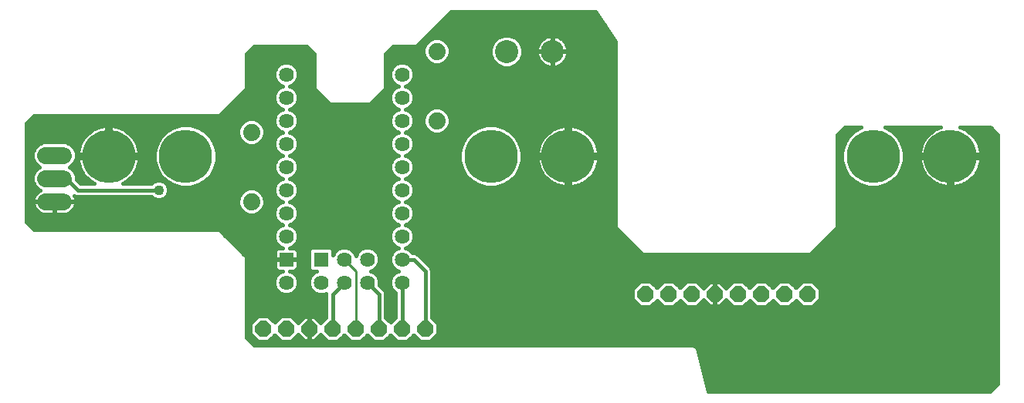
<source format=gbl>
G75*
%MOIN*%
%OFA0B0*%
%FSLAX25Y25*%
%IPPOS*%
%LPD*%
%AMOC8*
5,1,8,0,0,1.08239X$1,22.5*
%
%ADD10OC8,0.07000*%
%ADD11C,0.23000*%
%ADD12C,0.06400*%
%ADD13R,0.06400X0.06400*%
%ADD14C,0.07400*%
%ADD15C,0.07400*%
%ADD16C,0.10000*%
%ADD17C,0.01600*%
%ADD18C,0.04362*%
%ADD19C,0.01000*%
D10*
X0117980Y0031800D03*
X0127980Y0031800D03*
X0137980Y0031800D03*
X0147980Y0031800D03*
X0157980Y0031800D03*
X0167980Y0031800D03*
X0177980Y0031800D03*
X0187980Y0031800D03*
X0282980Y0046800D03*
X0292980Y0046800D03*
X0302980Y0046800D03*
X0312980Y0046800D03*
X0322980Y0046800D03*
X0332980Y0046800D03*
X0342980Y0046800D03*
X0352980Y0046800D03*
D11*
X0381308Y0106410D03*
X0414609Y0106410D03*
X0249609Y0106410D03*
X0216308Y0106410D03*
X0084609Y0106410D03*
X0051308Y0106410D03*
D12*
X0127980Y0101800D03*
X0127980Y0091800D03*
X0127980Y0081800D03*
X0127980Y0071800D03*
X0152980Y0061800D03*
X0162980Y0061800D03*
X0177980Y0061800D03*
X0177980Y0051800D03*
X0162980Y0051800D03*
X0152980Y0051800D03*
X0142980Y0051800D03*
X0127980Y0051800D03*
X0177980Y0071800D03*
X0177980Y0081800D03*
X0177980Y0091800D03*
X0177980Y0101800D03*
X0177980Y0111800D03*
X0177980Y0121800D03*
X0177980Y0131800D03*
X0177980Y0141800D03*
X0127980Y0141800D03*
X0127980Y0131800D03*
X0127980Y0121800D03*
X0127980Y0111800D03*
D13*
X0127980Y0061800D03*
X0142980Y0061800D03*
D14*
X0031680Y0086800D02*
X0024280Y0086800D01*
X0024280Y0096800D02*
X0031680Y0096800D01*
X0031680Y0106800D02*
X0024280Y0106800D01*
D15*
X0112980Y0116800D03*
X0112980Y0086800D03*
X0192980Y0121800D03*
X0192980Y0151800D03*
D16*
X0223137Y0151800D03*
X0242823Y0151800D03*
D17*
X0110780Y0062357D02*
X0110780Y0027960D01*
X0114140Y0024600D01*
X0302635Y0024600D01*
X0302841Y0024651D01*
X0303187Y0024600D01*
X0303537Y0024600D01*
X0303733Y0024519D01*
X0303943Y0024488D01*
X0304243Y0024308D01*
X0304566Y0024174D01*
X0304716Y0024024D01*
X0304898Y0023914D01*
X0305106Y0023633D01*
X0305354Y0023386D01*
X0305435Y0023190D01*
X0305561Y0023019D01*
X0305646Y0022680D01*
X0305780Y0022357D01*
X0305780Y0022145D01*
X0310166Y0004600D01*
X0431820Y0004600D01*
X0435180Y0007960D01*
X0435180Y0115640D01*
X0431820Y0119000D01*
X0418922Y0119000D01*
X0419095Y0118948D01*
X0420303Y0118448D01*
X0421455Y0117832D01*
X0422542Y0117105D01*
X0423552Y0116276D01*
X0424476Y0115352D01*
X0425305Y0114342D01*
X0426031Y0113256D01*
X0426647Y0112103D01*
X0427147Y0110896D01*
X0427526Y0109645D01*
X0427781Y0108364D01*
X0427895Y0107210D01*
X0415409Y0107210D01*
X0415409Y0105610D01*
X0415409Y0093124D01*
X0416563Y0093238D01*
X0417845Y0093493D01*
X0419095Y0093872D01*
X0420303Y0094372D01*
X0421455Y0094988D01*
X0422542Y0095714D01*
X0423552Y0096543D01*
X0424476Y0097467D01*
X0425305Y0098478D01*
X0426031Y0099564D01*
X0426647Y0100717D01*
X0427147Y0101924D01*
X0427526Y0103174D01*
X0427781Y0104456D01*
X0427895Y0105610D01*
X0415409Y0105610D01*
X0413809Y0105610D01*
X0401324Y0105610D01*
X0401437Y0104456D01*
X0401692Y0103174D01*
X0402072Y0101924D01*
X0402572Y0100717D01*
X0403188Y0099564D01*
X0403914Y0098478D01*
X0404743Y0097467D01*
X0405667Y0096543D01*
X0406677Y0095714D01*
X0407763Y0094988D01*
X0408916Y0094372D01*
X0410123Y0093872D01*
X0411374Y0093493D01*
X0412655Y0093238D01*
X0413809Y0093124D01*
X0413809Y0105610D01*
X0413809Y0107210D01*
X0401324Y0107210D01*
X0401437Y0108364D01*
X0401692Y0109645D01*
X0402072Y0110896D01*
X0402572Y0112103D01*
X0403188Y0113256D01*
X0403914Y0114342D01*
X0404743Y0115352D01*
X0405667Y0116276D01*
X0406677Y0117105D01*
X0407763Y0117832D01*
X0408916Y0118448D01*
X0410123Y0118948D01*
X0410296Y0119000D01*
X0386481Y0119000D01*
X0386518Y0118990D01*
X0389597Y0117213D01*
X0392110Y0114699D01*
X0393888Y0111621D01*
X0394808Y0108187D01*
X0394808Y0104633D01*
X0393888Y0101199D01*
X0392110Y0098121D01*
X0389597Y0095607D01*
X0386518Y0093830D01*
X0383085Y0092910D01*
X0379530Y0092910D01*
X0376097Y0093830D01*
X0373018Y0095607D01*
X0370505Y0098121D01*
X0368728Y0101199D01*
X0367808Y0104633D01*
X0367808Y0108187D01*
X0368728Y0111621D01*
X0370505Y0114699D01*
X0373018Y0117213D01*
X0376097Y0118990D01*
X0376134Y0119000D01*
X0369140Y0119000D01*
X0365780Y0115640D01*
X0365780Y0076243D01*
X0365354Y0075214D01*
X0364566Y0074426D01*
X0364566Y0074426D01*
X0355354Y0065214D01*
X0355354Y0065214D01*
X0354566Y0064426D01*
X0353537Y0064000D01*
X0282423Y0064000D01*
X0281394Y0064426D01*
X0271394Y0074426D01*
X0271394Y0074426D01*
X0270606Y0075214D01*
X0270180Y0076243D01*
X0270180Y0155952D01*
X0261481Y0169000D01*
X0199140Y0169000D01*
X0185354Y0155214D01*
X0185354Y0155214D01*
X0184566Y0154426D01*
X0183537Y0154000D01*
X0174140Y0154000D01*
X0170780Y0150640D01*
X0170780Y0136243D01*
X0170354Y0135214D01*
X0169566Y0134426D01*
X0164566Y0129426D01*
X0163537Y0129000D01*
X0147423Y0129000D01*
X0146394Y0129426D01*
X0145606Y0130214D01*
X0140606Y0135214D01*
X0140180Y0136243D01*
X0140180Y0150640D01*
X0136820Y0154000D01*
X0114140Y0154000D01*
X0110780Y0150640D01*
X0110780Y0136243D01*
X0110354Y0135214D01*
X0100354Y0125214D01*
X0099566Y0124426D01*
X0098537Y0124000D01*
X0019140Y0124000D01*
X0015780Y0120640D01*
X0015780Y0077960D01*
X0019140Y0074600D01*
X0098537Y0074600D01*
X0099566Y0074174D01*
X0109566Y0064174D01*
X0110354Y0063386D01*
X0110780Y0062357D01*
X0110703Y0062543D02*
X0122980Y0062543D01*
X0122980Y0062000D02*
X0127780Y0062000D01*
X0127780Y0061600D01*
X0122980Y0061600D01*
X0122980Y0058363D01*
X0123103Y0057905D01*
X0123340Y0057495D01*
X0123675Y0057160D01*
X0124085Y0056923D01*
X0124543Y0056800D01*
X0126463Y0056800D01*
X0125034Y0056208D01*
X0123572Y0054746D01*
X0122780Y0052834D01*
X0122780Y0050766D01*
X0123572Y0048854D01*
X0125034Y0047392D01*
X0126946Y0046600D01*
X0129014Y0046600D01*
X0130926Y0047392D01*
X0132388Y0048854D01*
X0133180Y0050766D01*
X0133180Y0052834D01*
X0132388Y0054746D01*
X0130926Y0056208D01*
X0129497Y0056800D01*
X0131417Y0056800D01*
X0131875Y0056923D01*
X0132285Y0057160D01*
X0132620Y0057495D01*
X0132857Y0057905D01*
X0132980Y0058363D01*
X0132980Y0061600D01*
X0128180Y0061600D01*
X0128180Y0062000D01*
X0132980Y0062000D01*
X0132980Y0065237D01*
X0132857Y0065695D01*
X0132620Y0066105D01*
X0132285Y0066440D01*
X0131875Y0066677D01*
X0131417Y0066800D01*
X0129497Y0066800D01*
X0130926Y0067392D01*
X0132388Y0068854D01*
X0133180Y0070766D01*
X0133180Y0072834D01*
X0132388Y0074746D01*
X0130926Y0076208D01*
X0129497Y0076800D01*
X0130926Y0077392D01*
X0132388Y0078854D01*
X0133180Y0080766D01*
X0133180Y0082834D01*
X0132388Y0084746D01*
X0130926Y0086208D01*
X0129497Y0086800D01*
X0130926Y0087392D01*
X0132388Y0088854D01*
X0133180Y0090766D01*
X0133180Y0092834D01*
X0132388Y0094746D01*
X0130926Y0096208D01*
X0129497Y0096800D01*
X0130926Y0097392D01*
X0132388Y0098854D01*
X0133180Y0100766D01*
X0133180Y0102834D01*
X0132388Y0104746D01*
X0130926Y0106208D01*
X0129497Y0106800D01*
X0130926Y0107392D01*
X0132388Y0108854D01*
X0133180Y0110766D01*
X0133180Y0112834D01*
X0132388Y0114746D01*
X0130926Y0116208D01*
X0129497Y0116800D01*
X0130926Y0117392D01*
X0132388Y0118854D01*
X0133180Y0120766D01*
X0133180Y0122834D01*
X0132388Y0124746D01*
X0130926Y0126208D01*
X0129497Y0126800D01*
X0130926Y0127392D01*
X0132388Y0128854D01*
X0133180Y0130766D01*
X0133180Y0132834D01*
X0132388Y0134746D01*
X0130926Y0136208D01*
X0129497Y0136800D01*
X0130926Y0137392D01*
X0132388Y0138854D01*
X0133180Y0140766D01*
X0133180Y0142834D01*
X0132388Y0144746D01*
X0130926Y0146208D01*
X0129014Y0147000D01*
X0126946Y0147000D01*
X0125034Y0146208D01*
X0123572Y0144746D01*
X0122780Y0142834D01*
X0122780Y0140766D01*
X0123572Y0138854D01*
X0125034Y0137392D01*
X0126463Y0136800D01*
X0125034Y0136208D01*
X0123572Y0134746D01*
X0122780Y0132834D01*
X0122780Y0130766D01*
X0123572Y0128854D01*
X0125034Y0127392D01*
X0126463Y0126800D01*
X0125034Y0126208D01*
X0123572Y0124746D01*
X0122780Y0122834D01*
X0122780Y0120766D01*
X0123572Y0118854D01*
X0125034Y0117392D01*
X0126463Y0116800D01*
X0125034Y0116208D01*
X0123572Y0114746D01*
X0122780Y0112834D01*
X0122780Y0110766D01*
X0123572Y0108854D01*
X0125034Y0107392D01*
X0126463Y0106800D01*
X0125034Y0106208D01*
X0123572Y0104746D01*
X0122780Y0102834D01*
X0122780Y0100766D01*
X0123572Y0098854D01*
X0125034Y0097392D01*
X0126463Y0096800D01*
X0125034Y0096208D01*
X0123572Y0094746D01*
X0122780Y0092834D01*
X0122780Y0090766D01*
X0123572Y0088854D01*
X0125034Y0087392D01*
X0126463Y0086800D01*
X0125034Y0086208D01*
X0123572Y0084746D01*
X0122780Y0082834D01*
X0122780Y0080766D01*
X0123572Y0078854D01*
X0125034Y0077392D01*
X0126463Y0076800D01*
X0125034Y0076208D01*
X0123572Y0074746D01*
X0122780Y0072834D01*
X0122780Y0070766D01*
X0123572Y0068854D01*
X0125034Y0067392D01*
X0126463Y0066800D01*
X0124543Y0066800D01*
X0124085Y0066677D01*
X0123675Y0066440D01*
X0123340Y0066105D01*
X0123103Y0065695D01*
X0122980Y0065237D01*
X0122980Y0062000D01*
X0122980Y0060945D02*
X0110780Y0060945D01*
X0110780Y0059346D02*
X0122980Y0059346D01*
X0123193Y0057748D02*
X0110780Y0057748D01*
X0110780Y0056149D02*
X0124975Y0056149D01*
X0123491Y0054551D02*
X0110780Y0054551D01*
X0110780Y0052952D02*
X0122829Y0052952D01*
X0122780Y0051354D02*
X0110780Y0051354D01*
X0110780Y0049755D02*
X0123198Y0049755D01*
X0124269Y0048157D02*
X0110780Y0048157D01*
X0110780Y0046558D02*
X0145180Y0046558D01*
X0145180Y0047083D02*
X0145180Y0036778D01*
X0142839Y0034437D01*
X0140175Y0037100D01*
X0138180Y0037100D01*
X0138180Y0032000D01*
X0137780Y0032000D01*
X0137780Y0037100D01*
X0135785Y0037100D01*
X0133121Y0034437D01*
X0130258Y0037300D01*
X0125702Y0037300D01*
X0122980Y0034578D01*
X0120258Y0037300D01*
X0115702Y0037300D01*
X0112480Y0034078D01*
X0112480Y0029522D01*
X0115702Y0026300D01*
X0120258Y0026300D01*
X0122980Y0029022D01*
X0125702Y0026300D01*
X0130258Y0026300D01*
X0133121Y0029163D01*
X0135785Y0026500D01*
X0137780Y0026500D01*
X0137780Y0031600D01*
X0138180Y0031600D01*
X0138180Y0026500D01*
X0140175Y0026500D01*
X0142839Y0029163D01*
X0145702Y0026300D01*
X0150258Y0026300D01*
X0152980Y0029022D01*
X0155702Y0026300D01*
X0160258Y0026300D01*
X0162980Y0029022D01*
X0165702Y0026300D01*
X0170258Y0026300D01*
X0172980Y0029022D01*
X0175702Y0026300D01*
X0180258Y0026300D01*
X0182980Y0029022D01*
X0185702Y0026300D01*
X0190258Y0026300D01*
X0193480Y0029522D01*
X0193480Y0034078D01*
X0190780Y0036778D01*
X0190780Y0057357D01*
X0190354Y0058386D01*
X0185354Y0063386D01*
X0184566Y0064174D01*
X0183537Y0064600D01*
X0182449Y0064600D01*
X0182388Y0064746D01*
X0180926Y0066208D01*
X0179497Y0066800D01*
X0180926Y0067392D01*
X0182388Y0068854D01*
X0183180Y0070766D01*
X0183180Y0072834D01*
X0182388Y0074746D01*
X0180926Y0076208D01*
X0179497Y0076800D01*
X0180926Y0077392D01*
X0182388Y0078854D01*
X0183180Y0080766D01*
X0183180Y0082834D01*
X0182388Y0084746D01*
X0180926Y0086208D01*
X0179497Y0086800D01*
X0180926Y0087392D01*
X0182388Y0088854D01*
X0183180Y0090766D01*
X0183180Y0092834D01*
X0182388Y0094746D01*
X0180926Y0096208D01*
X0179497Y0096800D01*
X0180926Y0097392D01*
X0182388Y0098854D01*
X0183180Y0100766D01*
X0183180Y0102834D01*
X0182388Y0104746D01*
X0180926Y0106208D01*
X0179497Y0106800D01*
X0180926Y0107392D01*
X0182388Y0108854D01*
X0183180Y0110766D01*
X0183180Y0112834D01*
X0182388Y0114746D01*
X0180926Y0116208D01*
X0179497Y0116800D01*
X0180926Y0117392D01*
X0182388Y0118854D01*
X0183180Y0120766D01*
X0183180Y0122834D01*
X0182388Y0124746D01*
X0180926Y0126208D01*
X0179497Y0126800D01*
X0180926Y0127392D01*
X0182388Y0128854D01*
X0183180Y0130766D01*
X0183180Y0132834D01*
X0182388Y0134746D01*
X0180926Y0136208D01*
X0179497Y0136800D01*
X0180926Y0137392D01*
X0182388Y0138854D01*
X0183180Y0140766D01*
X0183180Y0142834D01*
X0182388Y0144746D01*
X0180926Y0146208D01*
X0179014Y0147000D01*
X0176946Y0147000D01*
X0175034Y0146208D01*
X0173572Y0144746D01*
X0172780Y0142834D01*
X0172780Y0140766D01*
X0173572Y0138854D01*
X0175034Y0137392D01*
X0176463Y0136800D01*
X0175034Y0136208D01*
X0173572Y0134746D01*
X0172780Y0132834D01*
X0172780Y0130766D01*
X0173572Y0128854D01*
X0175034Y0127392D01*
X0176463Y0126800D01*
X0175034Y0126208D01*
X0173572Y0124746D01*
X0172780Y0122834D01*
X0172780Y0120766D01*
X0173572Y0118854D01*
X0175034Y0117392D01*
X0176463Y0116800D01*
X0175034Y0116208D01*
X0173572Y0114746D01*
X0172780Y0112834D01*
X0172780Y0110766D01*
X0173572Y0108854D01*
X0175034Y0107392D01*
X0176463Y0106800D01*
X0175034Y0106208D01*
X0173572Y0104746D01*
X0172780Y0102834D01*
X0172780Y0100766D01*
X0173572Y0098854D01*
X0175034Y0097392D01*
X0176463Y0096800D01*
X0175034Y0096208D01*
X0173572Y0094746D01*
X0172780Y0092834D01*
X0172780Y0090766D01*
X0173572Y0088854D01*
X0175034Y0087392D01*
X0176463Y0086800D01*
X0175034Y0086208D01*
X0173572Y0084746D01*
X0172780Y0082834D01*
X0172780Y0080766D01*
X0173572Y0078854D01*
X0175034Y0077392D01*
X0176463Y0076800D01*
X0175034Y0076208D01*
X0173572Y0074746D01*
X0172780Y0072834D01*
X0172780Y0070766D01*
X0173572Y0068854D01*
X0175034Y0067392D01*
X0176463Y0066800D01*
X0175034Y0066208D01*
X0173572Y0064746D01*
X0172780Y0062834D01*
X0172780Y0060766D01*
X0173572Y0058854D01*
X0175034Y0057392D01*
X0176463Y0056800D01*
X0175034Y0056208D01*
X0173572Y0054746D01*
X0172780Y0052834D01*
X0172780Y0050766D01*
X0173572Y0048854D01*
X0175034Y0047392D01*
X0175180Y0047331D01*
X0175180Y0036778D01*
X0172980Y0034578D01*
X0170780Y0036778D01*
X0170780Y0047357D01*
X0170354Y0048386D01*
X0168120Y0050620D01*
X0168180Y0050766D01*
X0168180Y0052834D01*
X0167388Y0054746D01*
X0165926Y0056208D01*
X0164497Y0056800D01*
X0165926Y0057392D01*
X0167388Y0058854D01*
X0168180Y0060766D01*
X0168180Y0062834D01*
X0167388Y0064746D01*
X0165926Y0066208D01*
X0164014Y0067000D01*
X0161946Y0067000D01*
X0160034Y0066208D01*
X0158572Y0064746D01*
X0157980Y0063317D01*
X0157388Y0064746D01*
X0155926Y0066208D01*
X0154014Y0067000D01*
X0151946Y0067000D01*
X0150034Y0066208D01*
X0148572Y0064746D01*
X0148180Y0063800D01*
X0148180Y0065828D01*
X0147008Y0067000D01*
X0138952Y0067000D01*
X0137780Y0065828D01*
X0137780Y0057772D01*
X0138952Y0056600D01*
X0140980Y0056600D01*
X0140034Y0056208D01*
X0138572Y0054746D01*
X0137780Y0052834D01*
X0137780Y0050766D01*
X0138572Y0048854D01*
X0140034Y0047392D01*
X0141946Y0046600D01*
X0144014Y0046600D01*
X0145180Y0047083D01*
X0145180Y0044960D02*
X0110780Y0044960D01*
X0110780Y0043361D02*
X0145180Y0043361D01*
X0145180Y0041763D02*
X0110780Y0041763D01*
X0110780Y0040164D02*
X0145180Y0040164D01*
X0145180Y0038566D02*
X0110780Y0038566D01*
X0110780Y0036967D02*
X0115369Y0036967D01*
X0113771Y0035369D02*
X0110780Y0035369D01*
X0110780Y0033770D02*
X0112480Y0033770D01*
X0112480Y0032172D02*
X0110780Y0032172D01*
X0110780Y0030573D02*
X0112480Y0030573D01*
X0113027Y0028975D02*
X0110780Y0028975D01*
X0111364Y0027376D02*
X0114626Y0027376D01*
X0112962Y0025778D02*
X0435180Y0025778D01*
X0435180Y0027376D02*
X0191334Y0027376D01*
X0192933Y0028975D02*
X0435180Y0028975D01*
X0435180Y0030573D02*
X0193480Y0030573D01*
X0193480Y0032172D02*
X0435180Y0032172D01*
X0435180Y0033770D02*
X0193480Y0033770D01*
X0192189Y0035369D02*
X0435180Y0035369D01*
X0435180Y0036967D02*
X0190780Y0036967D01*
X0190780Y0038566D02*
X0435180Y0038566D01*
X0435180Y0040164D02*
X0190780Y0040164D01*
X0190780Y0041763D02*
X0280239Y0041763D01*
X0280702Y0041300D02*
X0285258Y0041300D01*
X0287980Y0044022D01*
X0290702Y0041300D01*
X0295258Y0041300D01*
X0297980Y0044022D01*
X0300702Y0041300D01*
X0305258Y0041300D01*
X0308121Y0044163D01*
X0310785Y0041500D01*
X0312780Y0041500D01*
X0312780Y0046600D01*
X0313180Y0046600D01*
X0313180Y0041500D01*
X0315175Y0041500D01*
X0317839Y0044163D01*
X0320702Y0041300D01*
X0325258Y0041300D01*
X0327980Y0044022D01*
X0330702Y0041300D01*
X0335258Y0041300D01*
X0337980Y0044022D01*
X0340702Y0041300D01*
X0345258Y0041300D01*
X0347980Y0044022D01*
X0350702Y0041300D01*
X0355258Y0041300D01*
X0358480Y0044522D01*
X0358480Y0049078D01*
X0355258Y0052300D01*
X0350702Y0052300D01*
X0347980Y0049578D01*
X0345258Y0052300D01*
X0340702Y0052300D01*
X0337980Y0049578D01*
X0335258Y0052300D01*
X0330702Y0052300D01*
X0327980Y0049578D01*
X0325258Y0052300D01*
X0320702Y0052300D01*
X0317839Y0049437D01*
X0315175Y0052100D01*
X0313180Y0052100D01*
X0313180Y0047000D01*
X0312780Y0047000D01*
X0312780Y0052100D01*
X0310785Y0052100D01*
X0308121Y0049437D01*
X0305258Y0052300D01*
X0300702Y0052300D01*
X0297980Y0049578D01*
X0295258Y0052300D01*
X0290702Y0052300D01*
X0287980Y0049578D01*
X0285258Y0052300D01*
X0280702Y0052300D01*
X0277480Y0049078D01*
X0277480Y0044522D01*
X0280702Y0041300D01*
X0278641Y0043361D02*
X0190780Y0043361D01*
X0190780Y0044960D02*
X0277480Y0044960D01*
X0277480Y0046558D02*
X0190780Y0046558D01*
X0190780Y0048157D02*
X0277480Y0048157D01*
X0278157Y0049755D02*
X0190780Y0049755D01*
X0190780Y0051354D02*
X0279756Y0051354D01*
X0286204Y0051354D02*
X0289756Y0051354D01*
X0288157Y0049755D02*
X0287803Y0049755D01*
X0296204Y0051354D02*
X0299756Y0051354D01*
X0298157Y0049755D02*
X0297803Y0049755D01*
X0306204Y0051354D02*
X0310039Y0051354D01*
X0308440Y0049755D02*
X0307803Y0049755D01*
X0312780Y0049755D02*
X0313180Y0049755D01*
X0313180Y0048157D02*
X0312780Y0048157D01*
X0312780Y0046558D02*
X0313180Y0046558D01*
X0313180Y0044960D02*
X0312780Y0044960D01*
X0312780Y0043361D02*
X0313180Y0043361D01*
X0313180Y0041763D02*
X0312780Y0041763D01*
X0310522Y0041763D02*
X0305721Y0041763D01*
X0307319Y0043361D02*
X0308923Y0043361D01*
X0315438Y0041763D02*
X0320239Y0041763D01*
X0318641Y0043361D02*
X0317037Y0043361D01*
X0325721Y0041763D02*
X0330239Y0041763D01*
X0328641Y0043361D02*
X0327319Y0043361D01*
X0335721Y0041763D02*
X0340239Y0041763D01*
X0338641Y0043361D02*
X0337319Y0043361D01*
X0345721Y0041763D02*
X0350239Y0041763D01*
X0348641Y0043361D02*
X0347319Y0043361D01*
X0355721Y0041763D02*
X0435180Y0041763D01*
X0435180Y0043361D02*
X0357319Y0043361D01*
X0358480Y0044960D02*
X0435180Y0044960D01*
X0435180Y0046558D02*
X0358480Y0046558D01*
X0358480Y0048157D02*
X0435180Y0048157D01*
X0435180Y0049755D02*
X0357803Y0049755D01*
X0356204Y0051354D02*
X0435180Y0051354D01*
X0435180Y0052952D02*
X0190780Y0052952D01*
X0190780Y0054551D02*
X0435180Y0054551D01*
X0435180Y0056149D02*
X0190780Y0056149D01*
X0190618Y0057748D02*
X0435180Y0057748D01*
X0435180Y0059346D02*
X0189393Y0059346D01*
X0187795Y0060945D02*
X0435180Y0060945D01*
X0435180Y0062543D02*
X0186196Y0062543D01*
X0184598Y0064142D02*
X0282080Y0064142D01*
X0280080Y0065740D02*
X0181393Y0065740D01*
X0180798Y0067339D02*
X0278481Y0067339D01*
X0276883Y0068937D02*
X0182423Y0068937D01*
X0183085Y0070536D02*
X0275284Y0070536D01*
X0273686Y0072134D02*
X0183180Y0072134D01*
X0182808Y0073733D02*
X0272087Y0073733D01*
X0270558Y0075332D02*
X0181802Y0075332D01*
X0179811Y0076930D02*
X0270180Y0076930D01*
X0270180Y0078529D02*
X0182062Y0078529D01*
X0182915Y0080127D02*
X0270180Y0080127D01*
X0270180Y0081726D02*
X0183180Y0081726D01*
X0182977Y0083324D02*
X0270180Y0083324D01*
X0270180Y0084923D02*
X0182211Y0084923D01*
X0180170Y0086521D02*
X0270180Y0086521D01*
X0270180Y0088120D02*
X0181654Y0088120D01*
X0182746Y0089718D02*
X0270180Y0089718D01*
X0270180Y0091317D02*
X0183180Y0091317D01*
X0183147Y0092915D02*
X0214511Y0092915D01*
X0214530Y0092910D02*
X0218085Y0092910D01*
X0221518Y0093830D01*
X0224597Y0095607D01*
X0227110Y0098121D01*
X0228888Y0101199D01*
X0229808Y0104633D01*
X0229808Y0108187D01*
X0228888Y0111621D01*
X0227110Y0114699D01*
X0224597Y0117213D01*
X0221518Y0118990D01*
X0218085Y0119910D01*
X0214530Y0119910D01*
X0211097Y0118990D01*
X0208018Y0117213D01*
X0205505Y0114699D01*
X0203728Y0111621D01*
X0202808Y0108187D01*
X0202808Y0104633D01*
X0203728Y0101199D01*
X0205505Y0098121D01*
X0208018Y0095607D01*
X0211097Y0093830D01*
X0214530Y0092910D01*
X0218104Y0092915D02*
X0270180Y0092915D01*
X0270180Y0094514D02*
X0255567Y0094514D01*
X0255303Y0094372D02*
X0256455Y0094988D01*
X0257542Y0095714D01*
X0258552Y0096543D01*
X0259476Y0097467D01*
X0260305Y0098478D01*
X0261031Y0099564D01*
X0261647Y0100717D01*
X0262147Y0101924D01*
X0262526Y0103174D01*
X0262781Y0104456D01*
X0262895Y0105610D01*
X0250409Y0105610D01*
X0250409Y0093124D01*
X0251563Y0093238D01*
X0252845Y0093493D01*
X0254095Y0093872D01*
X0255303Y0094372D01*
X0258026Y0096112D02*
X0270180Y0096112D01*
X0270180Y0097711D02*
X0259675Y0097711D01*
X0260860Y0099309D02*
X0270180Y0099309D01*
X0270180Y0100908D02*
X0261726Y0100908D01*
X0262323Y0102506D02*
X0270180Y0102506D01*
X0270180Y0104105D02*
X0262711Y0104105D01*
X0270180Y0105703D02*
X0250409Y0105703D01*
X0250409Y0105610D02*
X0250409Y0107210D01*
X0248809Y0107210D01*
X0248809Y0105610D01*
X0236324Y0105610D01*
X0236437Y0104456D01*
X0236692Y0103174D01*
X0237072Y0101924D01*
X0237572Y0100717D01*
X0238188Y0099564D01*
X0238914Y0098478D01*
X0239743Y0097467D01*
X0240667Y0096543D01*
X0241677Y0095714D01*
X0242763Y0094988D01*
X0243916Y0094372D01*
X0245123Y0093872D01*
X0246374Y0093493D01*
X0247655Y0093238D01*
X0248809Y0093124D01*
X0248809Y0105610D01*
X0250409Y0105610D01*
X0250409Y0104105D02*
X0248809Y0104105D01*
X0248809Y0105703D02*
X0229808Y0105703D01*
X0229808Y0107302D02*
X0236333Y0107302D01*
X0236324Y0107210D02*
X0248809Y0107210D01*
X0248809Y0119696D01*
X0247655Y0119582D01*
X0246374Y0119327D01*
X0245123Y0118948D01*
X0243916Y0118448D01*
X0242763Y0117832D01*
X0241677Y0117105D01*
X0240667Y0116276D01*
X0239743Y0115352D01*
X0238914Y0114342D01*
X0238188Y0113256D01*
X0237572Y0112103D01*
X0237072Y0110896D01*
X0236692Y0109645D01*
X0236437Y0108364D01*
X0236324Y0107210D01*
X0236544Y0108900D02*
X0229617Y0108900D01*
X0229188Y0110499D02*
X0236951Y0110499D01*
X0237569Y0112097D02*
X0228612Y0112097D01*
X0227690Y0113696D02*
X0238482Y0113696D01*
X0239695Y0115294D02*
X0226515Y0115294D01*
X0224917Y0116893D02*
X0241418Y0116893D01*
X0244022Y0118491D02*
X0222382Y0118491D01*
X0210233Y0118491D02*
X0197732Y0118491D01*
X0197812Y0118571D02*
X0198680Y0120666D01*
X0198680Y0122934D01*
X0197812Y0125029D01*
X0196209Y0126632D01*
X0194114Y0127500D01*
X0191846Y0127500D01*
X0189751Y0126632D01*
X0188148Y0125029D01*
X0187280Y0122934D01*
X0187280Y0120666D01*
X0188148Y0118571D01*
X0189751Y0116968D01*
X0191846Y0116100D01*
X0194114Y0116100D01*
X0196209Y0116968D01*
X0197812Y0118571D01*
X0198441Y0120090D02*
X0270180Y0120090D01*
X0270180Y0121688D02*
X0198680Y0121688D01*
X0198534Y0123287D02*
X0270180Y0123287D01*
X0270180Y0124885D02*
X0197872Y0124885D01*
X0196357Y0126484D02*
X0270180Y0126484D01*
X0270180Y0128082D02*
X0181616Y0128082D01*
X0182731Y0129681D02*
X0270180Y0129681D01*
X0270180Y0131279D02*
X0183180Y0131279D01*
X0183162Y0132878D02*
X0270180Y0132878D01*
X0270180Y0134476D02*
X0182500Y0134476D01*
X0181059Y0136075D02*
X0270180Y0136075D01*
X0270180Y0137673D02*
X0181207Y0137673D01*
X0182561Y0139272D02*
X0270180Y0139272D01*
X0270180Y0140870D02*
X0183180Y0140870D01*
X0183180Y0142469D02*
X0270180Y0142469D01*
X0270180Y0144068D02*
X0182669Y0144068D01*
X0181468Y0145666D02*
X0219654Y0145666D01*
X0219172Y0145866D02*
X0221745Y0144800D01*
X0224530Y0144800D01*
X0227103Y0145866D01*
X0229072Y0147835D01*
X0230137Y0150408D01*
X0230137Y0153192D01*
X0229072Y0155765D01*
X0227103Y0157734D01*
X0224530Y0158800D01*
X0221745Y0158800D01*
X0219172Y0157734D01*
X0217203Y0155765D01*
X0216137Y0153192D01*
X0216137Y0150408D01*
X0217203Y0147835D01*
X0219172Y0145866D01*
X0217773Y0147265D02*
X0196506Y0147265D01*
X0196209Y0146968D02*
X0197812Y0148571D01*
X0198680Y0150666D01*
X0198680Y0152934D01*
X0197812Y0155029D01*
X0196209Y0156632D01*
X0194114Y0157500D01*
X0191846Y0157500D01*
X0189751Y0156632D01*
X0188148Y0155029D01*
X0187280Y0152934D01*
X0187280Y0150666D01*
X0188148Y0148571D01*
X0189751Y0146968D01*
X0191846Y0146100D01*
X0194114Y0146100D01*
X0196209Y0146968D01*
X0197933Y0148863D02*
X0216777Y0148863D01*
X0216137Y0150462D02*
X0198595Y0150462D01*
X0198680Y0152060D02*
X0216137Y0152060D01*
X0216331Y0153659D02*
X0198380Y0153659D01*
X0197584Y0155257D02*
X0216993Y0155257D01*
X0218294Y0156856D02*
X0195670Y0156856D01*
X0190290Y0156856D02*
X0186995Y0156856D01*
X0188376Y0155257D02*
X0185397Y0155257D01*
X0187580Y0153659D02*
X0173798Y0153659D01*
X0172200Y0152060D02*
X0187280Y0152060D01*
X0187365Y0150462D02*
X0170780Y0150462D01*
X0170780Y0148863D02*
X0188027Y0148863D01*
X0189454Y0147265D02*
X0170780Y0147265D01*
X0170780Y0145666D02*
X0174492Y0145666D01*
X0173291Y0144068D02*
X0170780Y0144068D01*
X0170780Y0142469D02*
X0172780Y0142469D01*
X0172780Y0140870D02*
X0170780Y0140870D01*
X0170780Y0139272D02*
X0173399Y0139272D01*
X0174753Y0137673D02*
X0170780Y0137673D01*
X0170710Y0136075D02*
X0174901Y0136075D01*
X0173460Y0134476D02*
X0169616Y0134476D01*
X0168018Y0132878D02*
X0172798Y0132878D01*
X0172780Y0131279D02*
X0166419Y0131279D01*
X0164821Y0129681D02*
X0173229Y0129681D01*
X0174344Y0128082D02*
X0131616Y0128082D01*
X0132731Y0129681D02*
X0146139Y0129681D01*
X0144541Y0131279D02*
X0133180Y0131279D01*
X0133162Y0132878D02*
X0142942Y0132878D01*
X0141344Y0134476D02*
X0132500Y0134476D01*
X0131059Y0136075D02*
X0140250Y0136075D01*
X0140180Y0137673D02*
X0131207Y0137673D01*
X0132561Y0139272D02*
X0140180Y0139272D01*
X0140180Y0140870D02*
X0133180Y0140870D01*
X0133180Y0142469D02*
X0140180Y0142469D01*
X0140180Y0144068D02*
X0132669Y0144068D01*
X0131468Y0145666D02*
X0140180Y0145666D01*
X0140180Y0147265D02*
X0110780Y0147265D01*
X0110780Y0148863D02*
X0140180Y0148863D01*
X0140180Y0150462D02*
X0110780Y0150462D01*
X0112200Y0152060D02*
X0138760Y0152060D01*
X0137162Y0153659D02*
X0113798Y0153659D01*
X0110780Y0145666D02*
X0124492Y0145666D01*
X0123291Y0144068D02*
X0110780Y0144068D01*
X0110780Y0142469D02*
X0122780Y0142469D01*
X0122780Y0140870D02*
X0110780Y0140870D01*
X0110780Y0139272D02*
X0123399Y0139272D01*
X0124753Y0137673D02*
X0110780Y0137673D01*
X0110710Y0136075D02*
X0124901Y0136075D01*
X0123460Y0134476D02*
X0109616Y0134476D01*
X0108018Y0132878D02*
X0122798Y0132878D01*
X0122780Y0131279D02*
X0106419Y0131279D01*
X0104821Y0129681D02*
X0123229Y0129681D01*
X0124344Y0128082D02*
X0103222Y0128082D01*
X0101624Y0126484D02*
X0125700Y0126484D01*
X0123711Y0124885D02*
X0100025Y0124885D01*
X0108148Y0120029D02*
X0109751Y0121632D01*
X0111846Y0122500D01*
X0114114Y0122500D01*
X0116209Y0121632D01*
X0117812Y0120029D01*
X0118680Y0117934D01*
X0118680Y0115666D01*
X0117812Y0113571D01*
X0116209Y0111968D01*
X0114114Y0111100D01*
X0111846Y0111100D01*
X0109751Y0111968D01*
X0108148Y0113571D01*
X0107280Y0115666D01*
X0107280Y0117934D01*
X0108148Y0120029D01*
X0108209Y0120090D02*
X0015780Y0120090D01*
X0015780Y0118491D02*
X0045720Y0118491D01*
X0045614Y0118448D02*
X0044462Y0117832D01*
X0043375Y0117105D01*
X0042365Y0116276D01*
X0041441Y0115352D01*
X0040612Y0114342D01*
X0039886Y0113256D01*
X0039270Y0112103D01*
X0038770Y0110896D01*
X0038391Y0109645D01*
X0038136Y0108364D01*
X0038022Y0107210D01*
X0050508Y0107210D01*
X0050508Y0119696D01*
X0049354Y0119582D01*
X0048072Y0119327D01*
X0046822Y0118948D01*
X0045614Y0118448D01*
X0043116Y0116893D02*
X0015780Y0116893D01*
X0015780Y0115294D02*
X0041393Y0115294D01*
X0040180Y0113696D02*
X0015780Y0113696D01*
X0015780Y0112097D02*
X0022174Y0112097D01*
X0023146Y0112500D02*
X0021051Y0111632D01*
X0019448Y0110029D01*
X0018580Y0107934D01*
X0018580Y0105666D01*
X0019448Y0103571D01*
X0021051Y0101968D01*
X0021456Y0101800D01*
X0021051Y0101632D01*
X0019448Y0100029D01*
X0018580Y0097934D01*
X0018580Y0095666D01*
X0019448Y0093571D01*
X0021051Y0091968D01*
X0021744Y0091681D01*
X0021397Y0091504D01*
X0020697Y0090995D01*
X0020085Y0090383D01*
X0019576Y0089683D01*
X0019183Y0088911D01*
X0018915Y0088088D01*
X0018780Y0087233D01*
X0018780Y0087100D01*
X0027680Y0087100D01*
X0027680Y0086500D01*
X0028280Y0086500D01*
X0028280Y0087100D01*
X0037180Y0087100D01*
X0037180Y0087233D01*
X0037045Y0088088D01*
X0036777Y0088911D01*
X0036547Y0089363D01*
X0037423Y0089000D01*
X0069867Y0089000D01*
X0070612Y0088255D01*
X0072148Y0087619D01*
X0073812Y0087619D01*
X0075348Y0088255D01*
X0076525Y0089432D01*
X0077161Y0090968D01*
X0077161Y0092632D01*
X0076525Y0094168D01*
X0075348Y0095345D01*
X0073812Y0095981D01*
X0072148Y0095981D01*
X0070612Y0095345D01*
X0069867Y0094600D01*
X0057427Y0094600D01*
X0058153Y0094988D01*
X0059240Y0095714D01*
X0060250Y0096543D01*
X0061174Y0097467D01*
X0062003Y0098478D01*
X0062729Y0099564D01*
X0063345Y0100717D01*
X0063845Y0101924D01*
X0064225Y0103174D01*
X0064480Y0104456D01*
X0064593Y0105610D01*
X0052108Y0105610D01*
X0052108Y0107210D01*
X0064593Y0107210D01*
X0064480Y0108364D01*
X0064225Y0109645D01*
X0063845Y0110896D01*
X0063345Y0112103D01*
X0062729Y0113256D01*
X0062003Y0114342D01*
X0061174Y0115352D01*
X0060250Y0116276D01*
X0059240Y0117105D01*
X0058153Y0117832D01*
X0057001Y0118448D01*
X0055794Y0118948D01*
X0054543Y0119327D01*
X0053261Y0119582D01*
X0052108Y0119696D01*
X0052108Y0107210D01*
X0050508Y0107210D01*
X0050508Y0105610D01*
X0038022Y0105610D01*
X0038136Y0104456D01*
X0038391Y0103174D01*
X0038770Y0101924D01*
X0039270Y0100717D01*
X0039886Y0099564D01*
X0040612Y0098478D01*
X0041441Y0097467D01*
X0042365Y0096543D01*
X0043375Y0095714D01*
X0044462Y0094988D01*
X0045189Y0094600D01*
X0039140Y0094600D01*
X0037380Y0096360D01*
X0037380Y0097934D01*
X0036512Y0100029D01*
X0034909Y0101632D01*
X0034504Y0101800D01*
X0034909Y0101968D01*
X0036512Y0103571D01*
X0037380Y0105666D01*
X0037380Y0107934D01*
X0036512Y0110029D01*
X0034909Y0111632D01*
X0032814Y0112500D01*
X0023146Y0112500D01*
X0019918Y0110499D02*
X0015780Y0110499D01*
X0015780Y0108900D02*
X0018980Y0108900D01*
X0018580Y0107302D02*
X0015780Y0107302D01*
X0015780Y0105703D02*
X0018580Y0105703D01*
X0019227Y0104105D02*
X0015780Y0104105D01*
X0015780Y0102506D02*
X0020513Y0102506D01*
X0020327Y0100908D02*
X0015780Y0100908D01*
X0015780Y0099309D02*
X0019150Y0099309D01*
X0018580Y0097711D02*
X0015780Y0097711D01*
X0015780Y0096112D02*
X0018580Y0096112D01*
X0019057Y0094514D02*
X0015780Y0094514D01*
X0015780Y0092915D02*
X0020104Y0092915D01*
X0021139Y0091317D02*
X0015780Y0091317D01*
X0015780Y0089718D02*
X0019602Y0089718D01*
X0018926Y0088120D02*
X0015780Y0088120D01*
X0015780Y0086521D02*
X0027680Y0086521D01*
X0027680Y0086500D02*
X0018780Y0086500D01*
X0018780Y0086367D01*
X0018915Y0085512D01*
X0019183Y0084689D01*
X0019576Y0083917D01*
X0020085Y0083217D01*
X0020697Y0082605D01*
X0021397Y0082096D01*
X0022169Y0081703D01*
X0022992Y0081435D01*
X0023847Y0081300D01*
X0027680Y0081300D01*
X0027680Y0086500D01*
X0028280Y0086500D02*
X0028280Y0081300D01*
X0032113Y0081300D01*
X0032968Y0081435D01*
X0033791Y0081703D01*
X0034563Y0082096D01*
X0035263Y0082605D01*
X0035875Y0083217D01*
X0036384Y0083917D01*
X0036777Y0084689D01*
X0037045Y0085512D01*
X0037180Y0086367D01*
X0037180Y0086500D01*
X0028280Y0086500D01*
X0028280Y0086521D02*
X0107280Y0086521D01*
X0107280Y0085666D02*
X0108148Y0083571D01*
X0109751Y0081968D01*
X0111846Y0081100D01*
X0114114Y0081100D01*
X0116209Y0081968D01*
X0117812Y0083571D01*
X0118680Y0085666D01*
X0118680Y0087934D01*
X0117812Y0090029D01*
X0116209Y0091632D01*
X0114114Y0092500D01*
X0111846Y0092500D01*
X0109751Y0091632D01*
X0108148Y0090029D01*
X0107280Y0087934D01*
X0107280Y0085666D01*
X0107588Y0084923D02*
X0036853Y0084923D01*
X0035953Y0083324D02*
X0108395Y0083324D01*
X0110336Y0081726D02*
X0033836Y0081726D01*
X0028280Y0081726D02*
X0027680Y0081726D01*
X0027680Y0083324D02*
X0028280Y0083324D01*
X0028280Y0084923D02*
X0027680Y0084923D01*
X0022124Y0081726D02*
X0015780Y0081726D01*
X0015780Y0083324D02*
X0020007Y0083324D01*
X0019107Y0084923D02*
X0015780Y0084923D01*
X0015780Y0080127D02*
X0123045Y0080127D01*
X0122780Y0081726D02*
X0115624Y0081726D01*
X0117565Y0083324D02*
X0122983Y0083324D01*
X0123749Y0084923D02*
X0118372Y0084923D01*
X0118680Y0086521D02*
X0125790Y0086521D01*
X0124306Y0088120D02*
X0118603Y0088120D01*
X0117941Y0089718D02*
X0123214Y0089718D01*
X0122780Y0091317D02*
X0116524Y0091317D01*
X0122813Y0092915D02*
X0086406Y0092915D01*
X0086386Y0092910D02*
X0089820Y0093830D01*
X0092898Y0095607D01*
X0095412Y0098121D01*
X0097189Y0101199D01*
X0098109Y0104633D01*
X0098109Y0108187D01*
X0097189Y0111621D01*
X0095412Y0114699D01*
X0092898Y0117213D01*
X0089820Y0118990D01*
X0086386Y0119910D01*
X0082832Y0119910D01*
X0079398Y0118990D01*
X0076320Y0117213D01*
X0073806Y0114699D01*
X0072029Y0111621D01*
X0071109Y0108187D01*
X0071109Y0104633D01*
X0072029Y0101199D01*
X0073806Y0098121D01*
X0076320Y0095607D01*
X0079398Y0093830D01*
X0082832Y0092910D01*
X0086386Y0092910D01*
X0082813Y0092915D02*
X0077044Y0092915D01*
X0077161Y0091317D02*
X0109436Y0091317D01*
X0108019Y0089718D02*
X0076643Y0089718D01*
X0075020Y0088120D02*
X0107357Y0088120D01*
X0123476Y0094514D02*
X0091004Y0094514D01*
X0093403Y0096112D02*
X0124938Y0096112D01*
X0124715Y0097711D02*
X0095002Y0097711D01*
X0096098Y0099309D02*
X0123383Y0099309D01*
X0122780Y0100908D02*
X0097021Y0100908D01*
X0097539Y0102506D02*
X0122780Y0102506D01*
X0123306Y0104105D02*
X0097968Y0104105D01*
X0098109Y0105703D02*
X0124529Y0105703D01*
X0125251Y0107302D02*
X0098109Y0107302D01*
X0097918Y0108900D02*
X0123553Y0108900D01*
X0122891Y0110499D02*
X0097490Y0110499D01*
X0096914Y0112097D02*
X0109622Y0112097D01*
X0108096Y0113696D02*
X0095991Y0113696D01*
X0094817Y0115294D02*
X0107434Y0115294D01*
X0107280Y0116893D02*
X0093218Y0116893D01*
X0090684Y0118491D02*
X0107511Y0118491D01*
X0109887Y0121688D02*
X0016828Y0121688D01*
X0018427Y0123287D02*
X0122967Y0123287D01*
X0122780Y0121688D02*
X0116073Y0121688D01*
X0117751Y0120090D02*
X0123060Y0120090D01*
X0123935Y0118491D02*
X0118449Y0118491D01*
X0118680Y0116893D02*
X0126239Y0116893D01*
X0124120Y0115294D02*
X0118526Y0115294D01*
X0117864Y0113696D02*
X0123137Y0113696D01*
X0122780Y0112097D02*
X0116338Y0112097D01*
X0129721Y0116893D02*
X0176239Y0116893D01*
X0174120Y0115294D02*
X0131840Y0115294D01*
X0132823Y0113696D02*
X0173137Y0113696D01*
X0172780Y0112097D02*
X0133180Y0112097D01*
X0133069Y0110499D02*
X0172891Y0110499D01*
X0173553Y0108900D02*
X0132407Y0108900D01*
X0130709Y0107302D02*
X0175251Y0107302D01*
X0174529Y0105703D02*
X0131431Y0105703D01*
X0132654Y0104105D02*
X0173306Y0104105D01*
X0172780Y0102506D02*
X0133180Y0102506D01*
X0133180Y0100908D02*
X0172780Y0100908D01*
X0173383Y0099309D02*
X0132577Y0099309D01*
X0131245Y0097711D02*
X0174715Y0097711D01*
X0174938Y0096112D02*
X0131022Y0096112D01*
X0132484Y0094514D02*
X0173476Y0094514D01*
X0172813Y0092915D02*
X0133147Y0092915D01*
X0133180Y0091317D02*
X0172780Y0091317D01*
X0173214Y0089718D02*
X0132746Y0089718D01*
X0131654Y0088120D02*
X0174306Y0088120D01*
X0175790Y0086521D02*
X0130170Y0086521D01*
X0132211Y0084923D02*
X0173749Y0084923D01*
X0172983Y0083324D02*
X0132977Y0083324D01*
X0133180Y0081726D02*
X0172780Y0081726D01*
X0173045Y0080127D02*
X0132915Y0080127D01*
X0132062Y0078529D02*
X0173898Y0078529D01*
X0176149Y0076930D02*
X0129811Y0076930D01*
X0131802Y0075332D02*
X0174158Y0075332D01*
X0173152Y0073733D02*
X0132808Y0073733D01*
X0133180Y0072134D02*
X0172780Y0072134D01*
X0172875Y0070536D02*
X0133085Y0070536D01*
X0132423Y0068937D02*
X0173537Y0068937D01*
X0175162Y0067339D02*
X0130798Y0067339D01*
X0132831Y0065740D02*
X0137780Y0065740D01*
X0137780Y0064142D02*
X0132980Y0064142D01*
X0132980Y0062543D02*
X0137780Y0062543D01*
X0137780Y0060945D02*
X0132980Y0060945D01*
X0132980Y0059346D02*
X0137780Y0059346D01*
X0137804Y0057748D02*
X0132766Y0057748D01*
X0130985Y0056149D02*
X0139975Y0056149D01*
X0138491Y0054551D02*
X0132469Y0054551D01*
X0133131Y0052952D02*
X0137829Y0052952D01*
X0137780Y0051354D02*
X0133180Y0051354D01*
X0132761Y0049755D02*
X0138198Y0049755D01*
X0139269Y0048157D02*
X0131691Y0048157D01*
X0147980Y0046800D02*
X0152980Y0051800D01*
X0162980Y0051800D02*
X0167980Y0046800D01*
X0167980Y0031800D01*
X0172933Y0028975D02*
X0173027Y0028975D01*
X0174626Y0027376D02*
X0171334Y0027376D01*
X0164626Y0027376D02*
X0161334Y0027376D01*
X0162933Y0028975D02*
X0163027Y0028975D01*
X0154626Y0027376D02*
X0151334Y0027376D01*
X0152933Y0028975D02*
X0153027Y0028975D01*
X0147980Y0031800D02*
X0147980Y0046800D01*
X0167469Y0054551D02*
X0173491Y0054551D01*
X0172829Y0052952D02*
X0168131Y0052952D01*
X0168180Y0051354D02*
X0172780Y0051354D01*
X0173198Y0049755D02*
X0168984Y0049755D01*
X0170449Y0048157D02*
X0174269Y0048157D01*
X0175180Y0046558D02*
X0170780Y0046558D01*
X0170780Y0044960D02*
X0175180Y0044960D01*
X0175180Y0043361D02*
X0170780Y0043361D01*
X0170780Y0041763D02*
X0175180Y0041763D01*
X0175180Y0040164D02*
X0170780Y0040164D01*
X0170780Y0038566D02*
X0175180Y0038566D01*
X0175180Y0036967D02*
X0170780Y0036967D01*
X0172189Y0035369D02*
X0173771Y0035369D01*
X0177980Y0031800D02*
X0177980Y0051800D01*
X0174975Y0056149D02*
X0165985Y0056149D01*
X0166282Y0057748D02*
X0174678Y0057748D01*
X0173368Y0059346D02*
X0167592Y0059346D01*
X0168180Y0060945D02*
X0172780Y0060945D01*
X0172780Y0062543D02*
X0168180Y0062543D01*
X0167638Y0064142D02*
X0173322Y0064142D01*
X0174567Y0065740D02*
X0166393Y0065740D01*
X0159567Y0065740D02*
X0156393Y0065740D01*
X0157638Y0064142D02*
X0158322Y0064142D01*
X0149567Y0065740D02*
X0148180Y0065740D01*
X0148180Y0064142D02*
X0148322Y0064142D01*
X0125162Y0067339D02*
X0106401Y0067339D01*
X0107999Y0065740D02*
X0123129Y0065740D01*
X0122980Y0064142D02*
X0109598Y0064142D01*
X0104802Y0068937D02*
X0123537Y0068937D01*
X0122875Y0070536D02*
X0103204Y0070536D01*
X0101605Y0072134D02*
X0122780Y0072134D01*
X0123152Y0073733D02*
X0100007Y0073733D01*
X0124158Y0075332D02*
X0018408Y0075332D01*
X0016810Y0076930D02*
X0126149Y0076930D01*
X0123898Y0078529D02*
X0015780Y0078529D01*
X0037034Y0088120D02*
X0070939Y0088120D01*
X0072980Y0091800D02*
X0037980Y0091800D01*
X0032980Y0096800D01*
X0027980Y0096800D01*
X0035633Y0100908D02*
X0039191Y0100908D01*
X0038593Y0102506D02*
X0035447Y0102506D01*
X0036733Y0104105D02*
X0038206Y0104105D01*
X0037380Y0105703D02*
X0050508Y0105703D01*
X0050508Y0107302D02*
X0052108Y0107302D01*
X0052108Y0108900D02*
X0050508Y0108900D01*
X0050508Y0110499D02*
X0052108Y0110499D01*
X0052108Y0112097D02*
X0050508Y0112097D01*
X0050508Y0113696D02*
X0052108Y0113696D01*
X0052108Y0115294D02*
X0050508Y0115294D01*
X0050508Y0116893D02*
X0052108Y0116893D01*
X0052108Y0118491D02*
X0050508Y0118491D01*
X0056895Y0118491D02*
X0078535Y0118491D01*
X0076000Y0116893D02*
X0059499Y0116893D01*
X0061222Y0115294D02*
X0074402Y0115294D01*
X0073227Y0113696D02*
X0062435Y0113696D01*
X0063348Y0112097D02*
X0072304Y0112097D01*
X0071729Y0110499D02*
X0063966Y0110499D01*
X0064373Y0108900D02*
X0071300Y0108900D01*
X0071109Y0107302D02*
X0064584Y0107302D01*
X0064410Y0104105D02*
X0071251Y0104105D01*
X0071109Y0105703D02*
X0052108Y0105703D01*
X0064022Y0102506D02*
X0071679Y0102506D01*
X0072197Y0100908D02*
X0063424Y0100908D01*
X0062559Y0099309D02*
X0073120Y0099309D01*
X0074217Y0097711D02*
X0061374Y0097711D01*
X0059725Y0096112D02*
X0075815Y0096112D01*
X0076179Y0094514D02*
X0078214Y0094514D01*
X0042891Y0096112D02*
X0037628Y0096112D01*
X0037380Y0097711D02*
X0041241Y0097711D01*
X0040056Y0099309D02*
X0036810Y0099309D01*
X0037380Y0107302D02*
X0038031Y0107302D01*
X0038242Y0108900D02*
X0036980Y0108900D01*
X0036042Y0110499D02*
X0038649Y0110499D01*
X0039268Y0112097D02*
X0033786Y0112097D01*
X0130260Y0126484D02*
X0175700Y0126484D01*
X0173711Y0124885D02*
X0132249Y0124885D01*
X0132993Y0123287D02*
X0172967Y0123287D01*
X0172780Y0121688D02*
X0133180Y0121688D01*
X0132900Y0120090D02*
X0173060Y0120090D01*
X0173935Y0118491D02*
X0132025Y0118491D01*
X0179721Y0116893D02*
X0189932Y0116893D01*
X0188228Y0118491D02*
X0182025Y0118491D01*
X0182900Y0120090D02*
X0187519Y0120090D01*
X0187280Y0121688D02*
X0183180Y0121688D01*
X0182993Y0123287D02*
X0187426Y0123287D01*
X0188088Y0124885D02*
X0182249Y0124885D01*
X0180260Y0126484D02*
X0189603Y0126484D01*
X0196028Y0116893D02*
X0207699Y0116893D01*
X0206100Y0115294D02*
X0181840Y0115294D01*
X0182823Y0113696D02*
X0204926Y0113696D01*
X0204003Y0112097D02*
X0183180Y0112097D01*
X0183069Y0110499D02*
X0203427Y0110499D01*
X0202999Y0108900D02*
X0182407Y0108900D01*
X0180709Y0107302D02*
X0202808Y0107302D01*
X0202808Y0105703D02*
X0181431Y0105703D01*
X0182654Y0104105D02*
X0202949Y0104105D01*
X0203377Y0102506D02*
X0183180Y0102506D01*
X0183180Y0100908D02*
X0203896Y0100908D01*
X0204819Y0099309D02*
X0182577Y0099309D01*
X0181245Y0097711D02*
X0205915Y0097711D01*
X0207514Y0096112D02*
X0181022Y0096112D01*
X0182484Y0094514D02*
X0209913Y0094514D01*
X0222703Y0094514D02*
X0243652Y0094514D01*
X0241192Y0096112D02*
X0225102Y0096112D01*
X0226700Y0097711D02*
X0239543Y0097711D01*
X0238358Y0099309D02*
X0227796Y0099309D01*
X0228719Y0100908D02*
X0237492Y0100908D01*
X0236895Y0102506D02*
X0229238Y0102506D01*
X0229666Y0104105D02*
X0236507Y0104105D01*
X0248809Y0102506D02*
X0250409Y0102506D01*
X0250409Y0100908D02*
X0248809Y0100908D01*
X0248809Y0099309D02*
X0250409Y0099309D01*
X0250409Y0097711D02*
X0248809Y0097711D01*
X0248809Y0096112D02*
X0250409Y0096112D01*
X0250409Y0094514D02*
X0248809Y0094514D01*
X0248809Y0107302D02*
X0250409Y0107302D01*
X0250409Y0107210D02*
X0250409Y0119696D01*
X0251563Y0119582D01*
X0252845Y0119327D01*
X0254095Y0118948D01*
X0255303Y0118448D01*
X0256455Y0117832D01*
X0257542Y0117105D01*
X0258552Y0116276D01*
X0259476Y0115352D01*
X0260305Y0114342D01*
X0261031Y0113256D01*
X0261647Y0112103D01*
X0262147Y0110896D01*
X0262526Y0109645D01*
X0262781Y0108364D01*
X0262895Y0107210D01*
X0250409Y0107210D01*
X0250409Y0108900D02*
X0248809Y0108900D01*
X0248809Y0110499D02*
X0250409Y0110499D01*
X0250409Y0112097D02*
X0248809Y0112097D01*
X0248809Y0113696D02*
X0250409Y0113696D01*
X0250409Y0115294D02*
X0248809Y0115294D01*
X0248809Y0116893D02*
X0250409Y0116893D01*
X0250409Y0118491D02*
X0248809Y0118491D01*
X0255197Y0118491D02*
X0270180Y0118491D01*
X0270180Y0116893D02*
X0257801Y0116893D01*
X0259523Y0115294D02*
X0270180Y0115294D01*
X0270180Y0113696D02*
X0260737Y0113696D01*
X0261649Y0112097D02*
X0270180Y0112097D01*
X0270180Y0110499D02*
X0262267Y0110499D01*
X0262674Y0108900D02*
X0270180Y0108900D01*
X0270180Y0107302D02*
X0262886Y0107302D01*
X0245013Y0145347D02*
X0244152Y0145116D01*
X0243268Y0145000D01*
X0243007Y0145000D01*
X0243007Y0151616D01*
X0243007Y0151984D01*
X0249623Y0151984D01*
X0249623Y0152246D01*
X0249506Y0153129D01*
X0249275Y0153990D01*
X0248934Y0154814D01*
X0248489Y0155586D01*
X0247946Y0156293D01*
X0247316Y0156923D01*
X0246608Y0157466D01*
X0245837Y0157912D01*
X0245013Y0158253D01*
X0244152Y0158484D01*
X0243268Y0158600D01*
X0243007Y0158600D01*
X0243007Y0151984D01*
X0242638Y0151984D01*
X0242638Y0151616D01*
X0236023Y0151616D01*
X0236023Y0151354D01*
X0236139Y0150471D01*
X0236370Y0149610D01*
X0236711Y0148786D01*
X0237156Y0148014D01*
X0237699Y0147307D01*
X0238329Y0146677D01*
X0239037Y0146134D01*
X0239808Y0145688D01*
X0240632Y0145347D01*
X0241493Y0145116D01*
X0242377Y0145000D01*
X0242638Y0145000D01*
X0242638Y0151616D01*
X0243007Y0151616D01*
X0249623Y0151616D01*
X0249623Y0151354D01*
X0249506Y0150471D01*
X0249275Y0149610D01*
X0248934Y0148786D01*
X0248489Y0148014D01*
X0247946Y0147307D01*
X0247316Y0146677D01*
X0246608Y0146134D01*
X0245837Y0145688D01*
X0245013Y0145347D01*
X0245783Y0145666D02*
X0270180Y0145666D01*
X0270180Y0147265D02*
X0247904Y0147265D01*
X0248966Y0148863D02*
X0270180Y0148863D01*
X0270180Y0150462D02*
X0249504Y0150462D01*
X0249623Y0152060D02*
X0270180Y0152060D01*
X0270180Y0153659D02*
X0249364Y0153659D01*
X0248679Y0155257D02*
X0270180Y0155257D01*
X0269578Y0156856D02*
X0247384Y0156856D01*
X0244262Y0158454D02*
X0268512Y0158454D01*
X0267446Y0160053D02*
X0190192Y0160053D01*
X0188594Y0158454D02*
X0220910Y0158454D01*
X0225365Y0158454D02*
X0241383Y0158454D01*
X0241493Y0158484D02*
X0240632Y0158253D01*
X0239808Y0157912D01*
X0239037Y0157466D01*
X0238329Y0156923D01*
X0237699Y0156293D01*
X0237156Y0155586D01*
X0236711Y0154814D01*
X0236370Y0153990D01*
X0236139Y0153129D01*
X0236023Y0152246D01*
X0236023Y0151984D01*
X0242638Y0151984D01*
X0242638Y0158600D01*
X0242377Y0158600D01*
X0241493Y0158484D01*
X0242638Y0158454D02*
X0243007Y0158454D01*
X0243007Y0156856D02*
X0242638Y0156856D01*
X0242638Y0155257D02*
X0243007Y0155257D01*
X0243007Y0153659D02*
X0242638Y0153659D01*
X0242638Y0152060D02*
X0243007Y0152060D01*
X0243007Y0150462D02*
X0242638Y0150462D01*
X0242638Y0148863D02*
X0243007Y0148863D01*
X0243007Y0147265D02*
X0242638Y0147265D01*
X0242638Y0145666D02*
X0243007Y0145666D01*
X0239862Y0145666D02*
X0226621Y0145666D01*
X0228501Y0147265D02*
X0237741Y0147265D01*
X0236679Y0148863D02*
X0229498Y0148863D01*
X0230137Y0150462D02*
X0236141Y0150462D01*
X0236023Y0152060D02*
X0230137Y0152060D01*
X0229944Y0153659D02*
X0236281Y0153659D01*
X0236967Y0155257D02*
X0229282Y0155257D01*
X0227981Y0156856D02*
X0238261Y0156856D01*
X0263184Y0166447D02*
X0196586Y0166447D01*
X0194988Y0164848D02*
X0264249Y0164848D01*
X0265315Y0163250D02*
X0193389Y0163250D01*
X0191791Y0161651D02*
X0266381Y0161651D01*
X0262118Y0168045D02*
X0198185Y0168045D01*
X0365780Y0115294D02*
X0371100Y0115294D01*
X0369926Y0113696D02*
X0365780Y0113696D01*
X0365780Y0112097D02*
X0369003Y0112097D01*
X0368427Y0110499D02*
X0365780Y0110499D01*
X0365780Y0108900D02*
X0367999Y0108900D01*
X0367808Y0107302D02*
X0365780Y0107302D01*
X0365780Y0105703D02*
X0367808Y0105703D01*
X0367949Y0104105D02*
X0365780Y0104105D01*
X0365780Y0102506D02*
X0368377Y0102506D01*
X0368896Y0100908D02*
X0365780Y0100908D01*
X0365780Y0099309D02*
X0369819Y0099309D01*
X0370915Y0097711D02*
X0365780Y0097711D01*
X0365780Y0096112D02*
X0372514Y0096112D01*
X0374913Y0094514D02*
X0365780Y0094514D01*
X0365780Y0092915D02*
X0379511Y0092915D01*
X0383104Y0092915D02*
X0435180Y0092915D01*
X0435180Y0091317D02*
X0365780Y0091317D01*
X0365780Y0089718D02*
X0435180Y0089718D01*
X0435180Y0088120D02*
X0365780Y0088120D01*
X0365780Y0086521D02*
X0435180Y0086521D01*
X0435180Y0084923D02*
X0365780Y0084923D01*
X0365780Y0083324D02*
X0435180Y0083324D01*
X0435180Y0081726D02*
X0365780Y0081726D01*
X0365780Y0080127D02*
X0435180Y0080127D01*
X0435180Y0078529D02*
X0365780Y0078529D01*
X0365780Y0076930D02*
X0435180Y0076930D01*
X0435180Y0075332D02*
X0365402Y0075332D01*
X0363873Y0073733D02*
X0435180Y0073733D01*
X0435180Y0072134D02*
X0362274Y0072134D01*
X0360676Y0070536D02*
X0435180Y0070536D01*
X0435180Y0068937D02*
X0359077Y0068937D01*
X0357479Y0067339D02*
X0435180Y0067339D01*
X0435180Y0065740D02*
X0355880Y0065740D01*
X0353880Y0064142D02*
X0435180Y0064142D01*
X0435180Y0094514D02*
X0420567Y0094514D01*
X0423026Y0096112D02*
X0435180Y0096112D01*
X0435180Y0097711D02*
X0424675Y0097711D01*
X0425860Y0099309D02*
X0435180Y0099309D01*
X0435180Y0100908D02*
X0426726Y0100908D01*
X0427323Y0102506D02*
X0435180Y0102506D01*
X0435180Y0104105D02*
X0427711Y0104105D01*
X0427886Y0107302D02*
X0435180Y0107302D01*
X0435180Y0108900D02*
X0427674Y0108900D01*
X0427267Y0110499D02*
X0435180Y0110499D01*
X0435180Y0112097D02*
X0426649Y0112097D01*
X0425737Y0113696D02*
X0435180Y0113696D01*
X0435180Y0115294D02*
X0424523Y0115294D01*
X0422801Y0116893D02*
X0433927Y0116893D01*
X0432329Y0118491D02*
X0420197Y0118491D01*
X0409022Y0118491D02*
X0387382Y0118491D01*
X0389917Y0116893D02*
X0406418Y0116893D01*
X0404695Y0115294D02*
X0391515Y0115294D01*
X0392690Y0113696D02*
X0403482Y0113696D01*
X0402569Y0112097D02*
X0393612Y0112097D01*
X0394188Y0110499D02*
X0401951Y0110499D01*
X0401544Y0108900D02*
X0394617Y0108900D01*
X0394808Y0107302D02*
X0401333Y0107302D01*
X0401507Y0104105D02*
X0394666Y0104105D01*
X0394808Y0105703D02*
X0413809Y0105703D01*
X0413809Y0104105D02*
X0415409Y0104105D01*
X0415409Y0105703D02*
X0435180Y0105703D01*
X0415409Y0102506D02*
X0413809Y0102506D01*
X0413809Y0100908D02*
X0415409Y0100908D01*
X0415409Y0099309D02*
X0413809Y0099309D01*
X0413809Y0097711D02*
X0415409Y0097711D01*
X0415409Y0096112D02*
X0413809Y0096112D01*
X0413809Y0094514D02*
X0415409Y0094514D01*
X0408652Y0094514D02*
X0387703Y0094514D01*
X0390102Y0096112D02*
X0406192Y0096112D01*
X0404543Y0097711D02*
X0391700Y0097711D01*
X0392796Y0099309D02*
X0403358Y0099309D01*
X0402492Y0100908D02*
X0393719Y0100908D01*
X0394238Y0102506D02*
X0401895Y0102506D01*
X0375233Y0118491D02*
X0368631Y0118491D01*
X0367033Y0116893D02*
X0372699Y0116893D01*
X0349756Y0051354D02*
X0346204Y0051354D01*
X0347803Y0049755D02*
X0348157Y0049755D01*
X0339756Y0051354D02*
X0336204Y0051354D01*
X0337803Y0049755D02*
X0338157Y0049755D01*
X0329756Y0051354D02*
X0326204Y0051354D01*
X0327803Y0049755D02*
X0328157Y0049755D01*
X0319756Y0051354D02*
X0315921Y0051354D01*
X0317520Y0049755D02*
X0318157Y0049755D01*
X0313180Y0051354D02*
X0312780Y0051354D01*
X0298641Y0043361D02*
X0297319Y0043361D01*
X0295721Y0041763D02*
X0300239Y0041763D01*
X0290239Y0041763D02*
X0285721Y0041763D01*
X0287319Y0043361D02*
X0288641Y0043361D01*
X0304553Y0024179D02*
X0435180Y0024179D01*
X0435180Y0022581D02*
X0305687Y0022581D01*
X0306071Y0020982D02*
X0435180Y0020982D01*
X0435180Y0019384D02*
X0306470Y0019384D01*
X0306870Y0017785D02*
X0435180Y0017785D01*
X0435180Y0016187D02*
X0307270Y0016187D01*
X0307669Y0014588D02*
X0435180Y0014588D01*
X0435180Y0012990D02*
X0308069Y0012990D01*
X0308468Y0011391D02*
X0435180Y0011391D01*
X0435180Y0009793D02*
X0308868Y0009793D01*
X0309268Y0008194D02*
X0435180Y0008194D01*
X0433816Y0006596D02*
X0309667Y0006596D01*
X0310067Y0004997D02*
X0432217Y0004997D01*
X0187980Y0031800D02*
X0187980Y0056800D01*
X0182980Y0061800D01*
X0177980Y0061800D01*
X0145180Y0036967D02*
X0140308Y0036967D01*
X0138180Y0036967D02*
X0137780Y0036967D01*
X0137780Y0035369D02*
X0138180Y0035369D01*
X0138180Y0033770D02*
X0137780Y0033770D01*
X0137780Y0032172D02*
X0138180Y0032172D01*
X0138180Y0030573D02*
X0137780Y0030573D01*
X0137780Y0028975D02*
X0138180Y0028975D01*
X0138180Y0027376D02*
X0137780Y0027376D01*
X0134908Y0027376D02*
X0131334Y0027376D01*
X0132933Y0028975D02*
X0133310Y0028975D01*
X0141051Y0027376D02*
X0144626Y0027376D01*
X0143027Y0028975D02*
X0142650Y0028975D01*
X0141907Y0035369D02*
X0143771Y0035369D01*
X0135652Y0036967D02*
X0130591Y0036967D01*
X0132189Y0035369D02*
X0134053Y0035369D01*
X0125369Y0036967D02*
X0120591Y0036967D01*
X0122189Y0035369D02*
X0123771Y0035369D01*
X0123027Y0028975D02*
X0122933Y0028975D01*
X0121334Y0027376D02*
X0124626Y0027376D01*
X0181334Y0027376D02*
X0184626Y0027376D01*
X0183027Y0028975D02*
X0182933Y0028975D01*
D18*
X0332980Y0011800D03*
X0347980Y0011800D03*
X0382980Y0036800D03*
X0397980Y0041800D03*
X0382980Y0076800D03*
X0397980Y0081800D03*
X0072980Y0091800D03*
D19*
X0152980Y0061800D02*
X0157980Y0056800D01*
X0157980Y0031800D01*
M02*

</source>
